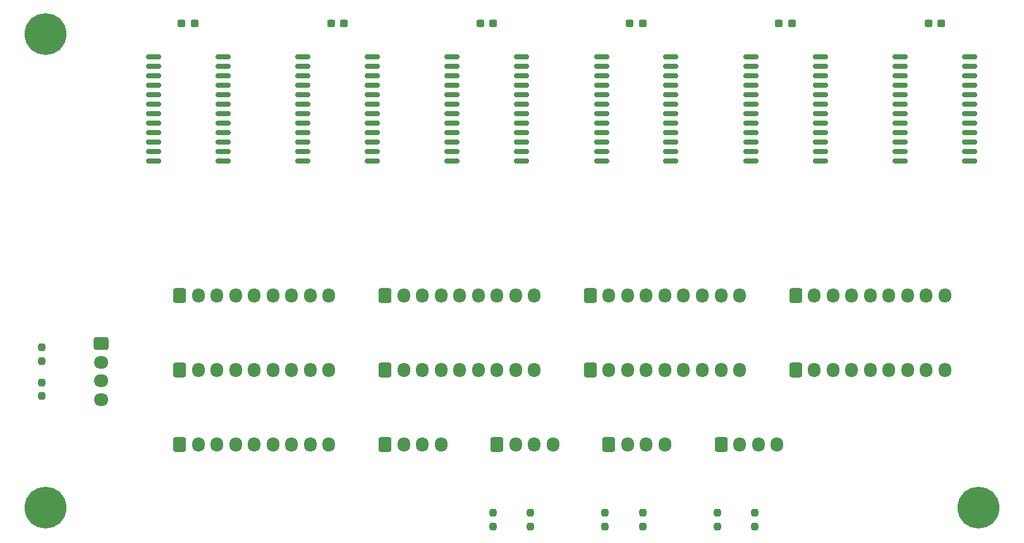
<source format=gbr>
%TF.GenerationSoftware,KiCad,Pcbnew,8.0.6*%
%TF.CreationDate,2024-12-01T20:16:54+01:00*%
%TF.ProjectId,puzzle1,70757a7a-6c65-4312-9e6b-696361645f70,rev?*%
%TF.SameCoordinates,Original*%
%TF.FileFunction,Soldermask,Top*%
%TF.FilePolarity,Negative*%
%FSLAX46Y46*%
G04 Gerber Fmt 4.6, Leading zero omitted, Abs format (unit mm)*
G04 Created by KiCad (PCBNEW 8.0.6) date 2024-12-01 20:16:54*
%MOMM*%
%LPD*%
G01*
G04 APERTURE LIST*
G04 Aperture macros list*
%AMRoundRect*
0 Rectangle with rounded corners*
0 $1 Rounding radius*
0 $2 $3 $4 $5 $6 $7 $8 $9 X,Y pos of 4 corners*
0 Add a 4 corners polygon primitive as box body*
4,1,4,$2,$3,$4,$5,$6,$7,$8,$9,$2,$3,0*
0 Add four circle primitives for the rounded corners*
1,1,$1+$1,$2,$3*
1,1,$1+$1,$4,$5*
1,1,$1+$1,$6,$7*
1,1,$1+$1,$8,$9*
0 Add four rect primitives between the rounded corners*
20,1,$1+$1,$2,$3,$4,$5,0*
20,1,$1+$1,$4,$5,$6,$7,0*
20,1,$1+$1,$6,$7,$8,$9,0*
20,1,$1+$1,$8,$9,$2,$3,0*%
G04 Aperture macros list end*
%ADD10RoundRect,0.237500X0.237500X-0.250000X0.237500X0.250000X-0.237500X0.250000X-0.237500X-0.250000X0*%
%ADD11C,5.600000*%
%ADD12RoundRect,0.250000X-0.600000X-0.725000X0.600000X-0.725000X0.600000X0.725000X-0.600000X0.725000X0*%
%ADD13O,1.700000X1.950000*%
%ADD14RoundRect,0.150000X-0.875000X-0.150000X0.875000X-0.150000X0.875000X0.150000X-0.875000X0.150000X0*%
%ADD15RoundRect,0.237500X-0.237500X0.250000X-0.237500X-0.250000X0.237500X-0.250000X0.237500X0.250000X0*%
%ADD16RoundRect,0.237500X0.300000X0.237500X-0.300000X0.237500X-0.300000X-0.237500X0.300000X-0.237500X0*%
%ADD17RoundRect,0.250000X-0.725000X0.600000X-0.725000X-0.600000X0.725000X-0.600000X0.725000X0.600000X0*%
%ADD18O,1.950000X1.700000*%
G04 APERTURE END LIST*
D10*
%TO.C,R1*%
X29500000Y-106500000D03*
X29500000Y-104675000D03*
%TD*%
D11*
%TO.C,H2*%
X30035534Y-121514466D03*
%TD*%
D12*
%TO.C,Row8*%
X130500000Y-103000000D03*
D13*
X133000000Y-103000000D03*
X135500000Y-103000000D03*
X138000000Y-103000000D03*
X140500000Y-103000000D03*
X143000000Y-103000000D03*
X145500000Y-103000000D03*
X148000000Y-103000000D03*
X150500000Y-103000000D03*
%TD*%
D12*
%TO.C,Row9*%
X48000000Y-113000000D03*
D13*
X50500000Y-113000000D03*
X53000000Y-113000000D03*
X55500000Y-113000000D03*
X58000000Y-113000000D03*
X60500000Y-113000000D03*
X63000000Y-113000000D03*
X65500000Y-113000000D03*
X68000000Y-113000000D03*
%TD*%
D12*
%TO.C,LED2*%
X105500000Y-113000000D03*
D13*
X108000000Y-113000000D03*
X110500000Y-113000000D03*
X113000000Y-113000000D03*
%TD*%
D14*
%TO.C,U4*%
X104500000Y-61000000D03*
X104500000Y-62270000D03*
X104500000Y-63540000D03*
X104500000Y-64810000D03*
X104500000Y-66080000D03*
X104500000Y-67350000D03*
X104500000Y-68620000D03*
X104500000Y-69890000D03*
X104500000Y-71160000D03*
X104500000Y-72430000D03*
X104500000Y-73700000D03*
X104500000Y-74970000D03*
X113800000Y-74970000D03*
X113800000Y-73700000D03*
X113800000Y-72430000D03*
X113800000Y-71160000D03*
X113800000Y-69890000D03*
X113800000Y-68620000D03*
X113800000Y-67350000D03*
X113800000Y-66080000D03*
X113800000Y-64810000D03*
X113800000Y-63540000D03*
X113800000Y-62270000D03*
X113800000Y-61000000D03*
%TD*%
D12*
%TO.C,Row7*%
X103000000Y-103000000D03*
D13*
X105500000Y-103000000D03*
X108000000Y-103000000D03*
X110500000Y-103000000D03*
X113000000Y-103000000D03*
X115500000Y-103000000D03*
X118000000Y-103000000D03*
X120500000Y-103000000D03*
X123000000Y-103000000D03*
%TD*%
D15*
%TO.C,R2*%
X29500000Y-100000000D03*
X29500000Y-101825000D03*
%TD*%
D16*
%TO.C,C2*%
X70000000Y-56500000D03*
X68275000Y-56500000D03*
%TD*%
D15*
%TO.C,R7*%
X120000000Y-122175000D03*
X120000000Y-124000000D03*
%TD*%
D14*
%TO.C,U1*%
X44500000Y-61070000D03*
X44500000Y-62340000D03*
X44500000Y-63610000D03*
X44500000Y-64880000D03*
X44500000Y-66150000D03*
X44500000Y-67420000D03*
X44500000Y-68690000D03*
X44500000Y-69960000D03*
X44500000Y-71230000D03*
X44500000Y-72500000D03*
X44500000Y-73770000D03*
X44500000Y-75040000D03*
X53800000Y-75040000D03*
X53800000Y-73770000D03*
X53800000Y-72500000D03*
X53800000Y-71230000D03*
X53800000Y-69960000D03*
X53800000Y-68690000D03*
X53800000Y-67420000D03*
X53800000Y-66150000D03*
X53800000Y-64880000D03*
X53800000Y-63610000D03*
X53800000Y-62340000D03*
X53800000Y-61070000D03*
%TD*%
D12*
%TO.C,Row4*%
X130500000Y-93000000D03*
D13*
X133000000Y-93000000D03*
X135500000Y-93000000D03*
X138000000Y-93000000D03*
X140500000Y-93000000D03*
X143000000Y-93000000D03*
X145500000Y-93000000D03*
X148000000Y-93000000D03*
X150500000Y-93000000D03*
%TD*%
D11*
%TO.C,H1*%
X155014466Y-121514466D03*
%TD*%
D12*
%TO.C,Row3*%
X103000000Y-93000000D03*
D13*
X105500000Y-93000000D03*
X108000000Y-93000000D03*
X110500000Y-93000000D03*
X113000000Y-93000000D03*
X115500000Y-93000000D03*
X118000000Y-93000000D03*
X120500000Y-93000000D03*
X123000000Y-93000000D03*
%TD*%
D14*
%TO.C,U5*%
X124500000Y-61000000D03*
X124500000Y-62270000D03*
X124500000Y-63540000D03*
X124500000Y-64810000D03*
X124500000Y-66080000D03*
X124500000Y-67350000D03*
X124500000Y-68620000D03*
X124500000Y-69890000D03*
X124500000Y-71160000D03*
X124500000Y-72430000D03*
X124500000Y-73700000D03*
X124500000Y-74970000D03*
X133800000Y-74970000D03*
X133800000Y-73700000D03*
X133800000Y-72430000D03*
X133800000Y-71160000D03*
X133800000Y-69890000D03*
X133800000Y-68620000D03*
X133800000Y-67350000D03*
X133800000Y-66080000D03*
X133800000Y-64810000D03*
X133800000Y-63540000D03*
X133800000Y-62270000D03*
X133800000Y-61000000D03*
%TD*%
D12*
%TO.C,WireTriggers*%
X75500000Y-113000000D03*
D13*
X78000000Y-113000000D03*
X80500000Y-113000000D03*
X83000000Y-113000000D03*
%TD*%
D14*
%TO.C,U2*%
X64500000Y-61000000D03*
X64500000Y-62270000D03*
X64500000Y-63540000D03*
X64500000Y-64810000D03*
X64500000Y-66080000D03*
X64500000Y-67350000D03*
X64500000Y-68620000D03*
X64500000Y-69890000D03*
X64500000Y-71160000D03*
X64500000Y-72430000D03*
X64500000Y-73700000D03*
X64500000Y-74970000D03*
X73800000Y-74970000D03*
X73800000Y-73700000D03*
X73800000Y-72430000D03*
X73800000Y-71160000D03*
X73800000Y-69890000D03*
X73800000Y-68620000D03*
X73800000Y-67350000D03*
X73800000Y-66080000D03*
X73800000Y-64810000D03*
X73800000Y-63540000D03*
X73800000Y-62270000D03*
X73800000Y-61000000D03*
%TD*%
D12*
%TO.C,LED1*%
X90500000Y-113000000D03*
D13*
X93000000Y-113000000D03*
X95500000Y-113000000D03*
X98000000Y-113000000D03*
%TD*%
D16*
%TO.C,C1*%
X50000000Y-56500000D03*
X48275000Y-56500000D03*
%TD*%
D12*
%TO.C,Row1*%
X48000000Y-93000000D03*
D13*
X50500000Y-93000000D03*
X53000000Y-93000000D03*
X55500000Y-93000000D03*
X58000000Y-93000000D03*
X60500000Y-93000000D03*
X63000000Y-93000000D03*
X65500000Y-93000000D03*
X68000000Y-93000000D03*
%TD*%
D10*
%TO.C,R6*%
X110000000Y-124000000D03*
X110000000Y-122175000D03*
%TD*%
D16*
%TO.C,C6*%
X150000000Y-56500000D03*
X148275000Y-56500000D03*
%TD*%
%TO.C,C4*%
X110000000Y-56500000D03*
X108275000Y-56500000D03*
%TD*%
%TO.C,C5*%
X130000000Y-56500000D03*
X128275000Y-56500000D03*
%TD*%
D15*
%TO.C,R5*%
X105000000Y-122175000D03*
X105000000Y-124000000D03*
%TD*%
D12*
%TO.C,Row6*%
X75500000Y-103000000D03*
D13*
X78000000Y-103000000D03*
X80500000Y-103000000D03*
X83000000Y-103000000D03*
X85500000Y-103000000D03*
X88000000Y-103000000D03*
X90500000Y-103000000D03*
X93000000Y-103000000D03*
X95500000Y-103000000D03*
%TD*%
D10*
%TO.C,R4*%
X95000000Y-124000000D03*
X95000000Y-122175000D03*
%TD*%
D15*
%TO.C,R3*%
X90000000Y-122175000D03*
X90000000Y-124000000D03*
%TD*%
D10*
%TO.C,R8*%
X125000000Y-124000000D03*
X125000000Y-122175000D03*
%TD*%
D16*
%TO.C,C3*%
X90000000Y-56500000D03*
X88275000Y-56500000D03*
%TD*%
D14*
%TO.C,U3*%
X84500000Y-61000000D03*
X84500000Y-62270000D03*
X84500000Y-63540000D03*
X84500000Y-64810000D03*
X84500000Y-66080000D03*
X84500000Y-67350000D03*
X84500000Y-68620000D03*
X84500000Y-69890000D03*
X84500000Y-71160000D03*
X84500000Y-72430000D03*
X84500000Y-73700000D03*
X84500000Y-74970000D03*
X93800000Y-74970000D03*
X93800000Y-73700000D03*
X93800000Y-72430000D03*
X93800000Y-71160000D03*
X93800000Y-69890000D03*
X93800000Y-68620000D03*
X93800000Y-67350000D03*
X93800000Y-66080000D03*
X93800000Y-64810000D03*
X93800000Y-63540000D03*
X93800000Y-62270000D03*
X93800000Y-61000000D03*
%TD*%
D11*
%TO.C,H3*%
X30000000Y-57950000D03*
%TD*%
D12*
%TO.C,Row2*%
X75500000Y-93000000D03*
D13*
X78000000Y-93000000D03*
X80500000Y-93000000D03*
X83000000Y-93000000D03*
X85500000Y-93000000D03*
X88000000Y-93000000D03*
X90500000Y-93000000D03*
X93000000Y-93000000D03*
X95500000Y-93000000D03*
%TD*%
D12*
%TO.C,Row5*%
X48000000Y-103000000D03*
D13*
X50500000Y-103000000D03*
X53000000Y-103000000D03*
X55500000Y-103000000D03*
X58000000Y-103000000D03*
X60500000Y-103000000D03*
X63000000Y-103000000D03*
X65500000Y-103000000D03*
X68000000Y-103000000D03*
%TD*%
D12*
%TO.C,LED3*%
X120500000Y-113000000D03*
D13*
X123000000Y-113000000D03*
X125500000Y-113000000D03*
X128000000Y-113000000D03*
%TD*%
D17*
%TO.C,Input*%
X37500000Y-99500000D03*
D18*
X37500000Y-102000000D03*
X37500000Y-104500000D03*
X37500000Y-107000000D03*
%TD*%
D14*
%TO.C,U6*%
X144500000Y-61000000D03*
X144500000Y-62270000D03*
X144500000Y-63540000D03*
X144500000Y-64810000D03*
X144500000Y-66080000D03*
X144500000Y-67350000D03*
X144500000Y-68620000D03*
X144500000Y-69890000D03*
X144500000Y-71160000D03*
X144500000Y-72430000D03*
X144500000Y-73700000D03*
X144500000Y-74970000D03*
X153800000Y-74970000D03*
X153800000Y-73700000D03*
X153800000Y-72430000D03*
X153800000Y-71160000D03*
X153800000Y-69890000D03*
X153800000Y-68620000D03*
X153800000Y-67350000D03*
X153800000Y-66080000D03*
X153800000Y-64810000D03*
X153800000Y-63540000D03*
X153800000Y-62270000D03*
X153800000Y-61000000D03*
%TD*%
M02*

</source>
